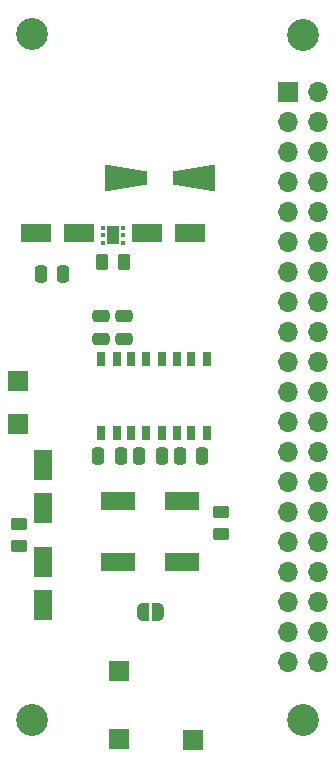
<source format=gbr>
%TF.GenerationSoftware,KiCad,Pcbnew,7.0.2-0*%
%TF.CreationDate,2024-01-15T07:51:27+01:00*%
%TF.ProjectId,dac,6461632e-6b69-4636-9164-5f7063625858,rev?*%
%TF.SameCoordinates,Original*%
%TF.FileFunction,Soldermask,Top*%
%TF.FilePolarity,Negative*%
%FSLAX46Y46*%
G04 Gerber Fmt 4.6, Leading zero omitted, Abs format (unit mm)*
G04 Created by KiCad (PCBNEW 7.0.2-0) date 2024-01-15 07:51:27*
%MOMM*%
%LPD*%
G01*
G04 APERTURE LIST*
G04 Aperture macros list*
%AMRoundRect*
0 Rectangle with rounded corners*
0 $1 Rounding radius*
0 $2 $3 $4 $5 $6 $7 $8 $9 X,Y pos of 4 corners*
0 Add a 4 corners polygon primitive as box body*
4,1,4,$2,$3,$4,$5,$6,$7,$8,$9,$2,$3,0*
0 Add four circle primitives for the rounded corners*
1,1,$1+$1,$2,$3*
1,1,$1+$1,$4,$5*
1,1,$1+$1,$6,$7*
1,1,$1+$1,$8,$9*
0 Add four rect primitives between the rounded corners*
20,1,$1+$1,$2,$3,$4,$5,0*
20,1,$1+$1,$4,$5,$6,$7,0*
20,1,$1+$1,$6,$7,$8,$9,0*
20,1,$1+$1,$8,$9,$2,$3,0*%
%AMOutline4P*
0 Free polygon, 4 corners , with rotation*
0 The origin of the aperture is its center*
0 number of corners: always 4*
0 $1 to $8 corner X, Y*
0 $9 Rotation angle, in degrees counterclockwise*
0 create outline with 4 corners*
4,1,4,$1,$2,$3,$4,$5,$6,$7,$8,$1,$2,$9*%
%AMFreePoly0*
4,1,19,0.500000,-0.750000,0.000000,-0.750000,0.000000,-0.744911,-0.071157,-0.744911,-0.207708,-0.704816,-0.327430,-0.627875,-0.420627,-0.520320,-0.479746,-0.390866,-0.500000,-0.250000,-0.500000,0.250000,-0.479746,0.390866,-0.420627,0.520320,-0.327430,0.627875,-0.207708,0.704816,-0.071157,0.744911,0.000000,0.744911,0.000000,0.750000,0.500000,0.750000,0.500000,-0.750000,0.500000,-0.750000,
$1*%
%AMFreePoly1*
4,1,19,0.000000,0.744911,0.071157,0.744911,0.207708,0.704816,0.327430,0.627875,0.420627,0.520320,0.479746,0.390866,0.500000,0.250000,0.500000,-0.250000,0.479746,-0.390866,0.420627,-0.520320,0.327430,-0.627875,0.207708,-0.704816,0.071157,-0.744911,0.000000,-0.744911,0.000000,-0.750000,-0.500000,-0.750000,-0.500000,0.750000,0.000000,0.750000,0.000000,0.744911,0.000000,0.744911,
$1*%
G04 Aperture macros list end*
%ADD10R,1.700000X1.700000*%
%ADD11O,1.700000X1.700000*%
%ADD12C,2.700000*%
%ADD13RoundRect,0.093750X-0.093750X-0.106250X0.093750X-0.106250X0.093750X0.106250X-0.093750X0.106250X0*%
%ADD14R,1.000000X1.600000*%
%ADD15R,0.800000X1.300000*%
%ADD16RoundRect,0.250000X-0.450000X0.262500X-0.450000X-0.262500X0.450000X-0.262500X0.450000X0.262500X0*%
%ADD17RoundRect,0.250000X-0.250000X-0.475000X0.250000X-0.475000X0.250000X0.475000X-0.250000X0.475000X0*%
%ADD18RoundRect,0.250000X-1.050000X-0.550000X1.050000X-0.550000X1.050000X0.550000X-1.050000X0.550000X0*%
%ADD19RoundRect,0.250000X0.550000X-1.050000X0.550000X1.050000X-0.550000X1.050000X-0.550000X-1.050000X0*%
%ADD20RoundRect,0.250000X-0.550000X1.050000X-0.550000X-1.050000X0.550000X-1.050000X0.550000X1.050000X0*%
%ADD21RoundRect,0.250000X1.050000X0.550000X-1.050000X0.550000X-1.050000X-0.550000X1.050000X-0.550000X0*%
%ADD22RoundRect,0.250000X0.250000X0.475000X-0.250000X0.475000X-0.250000X-0.475000X0.250000X-0.475000X0*%
%ADD23Outline4P,-1.800000X-1.150000X1.800000X-0.550000X1.800000X0.550000X-1.800000X1.150000X0.000000*%
%ADD24Outline4P,-1.800000X-1.150000X1.800000X-0.550000X1.800000X0.550000X-1.800000X1.150000X180.000000*%
%ADD25RoundRect,0.250000X0.475000X-0.250000X0.475000X0.250000X-0.475000X0.250000X-0.475000X-0.250000X0*%
%ADD26R,3.000000X1.540000*%
%ADD27RoundRect,0.250000X-0.262500X-0.450000X0.262500X-0.450000X0.262500X0.450000X-0.262500X0.450000X0*%
%ADD28FreePoly0,180.000000*%
%ADD29FreePoly1,180.000000*%
G04 APERTURE END LIST*
D10*
%TO.C,J1*%
X68800000Y-56650000D03*
D11*
X71340000Y-56650000D03*
X68800000Y-59190000D03*
X71340000Y-59190000D03*
X68800000Y-61730000D03*
X71340000Y-61730000D03*
X68800000Y-64270000D03*
X71340000Y-64270000D03*
X68800000Y-66810000D03*
X71340000Y-66810000D03*
X68800000Y-69350000D03*
X71340000Y-69350000D03*
X68800000Y-71890000D03*
X71340000Y-71890000D03*
X68800000Y-74430000D03*
X71340000Y-74430000D03*
X68800000Y-76970000D03*
X71340000Y-76970000D03*
X68800000Y-79510000D03*
X71340000Y-79510000D03*
X68800000Y-82050000D03*
X71340000Y-82050000D03*
X68800000Y-84590000D03*
X71340000Y-84590000D03*
X68800000Y-87130000D03*
X71340000Y-87130000D03*
X68800000Y-89670000D03*
X71340000Y-89670000D03*
X68800000Y-92210000D03*
X71340000Y-92210000D03*
X68800000Y-94750000D03*
X71340000Y-94750000D03*
X68800000Y-97290000D03*
X71340000Y-97290000D03*
X68800000Y-99830000D03*
X71340000Y-99830000D03*
X68800000Y-102370000D03*
X71340000Y-102370000D03*
X68800000Y-104910000D03*
X71340000Y-104910000D03*
%TD*%
D12*
%TO.C,H4*%
X47066200Y-109778800D03*
%TD*%
%TO.C,H3*%
X70078600Y-109778800D03*
%TD*%
%TO.C,H2*%
X70078600Y-51790600D03*
%TD*%
%TO.C,H1*%
X47066200Y-51765200D03*
%TD*%
D13*
%TO.C,U5*%
X53072500Y-68130000D03*
X53072500Y-68780000D03*
X53072500Y-69430000D03*
X54847500Y-69430000D03*
X54847500Y-68780000D03*
X54847500Y-68130000D03*
D14*
X53960000Y-68780000D03*
%TD*%
D15*
%TO.C,U2*%
X61876600Y-79217000D03*
X60596600Y-79217000D03*
X59336600Y-79217000D03*
X58066600Y-79217000D03*
X56786600Y-79217000D03*
X55516600Y-79217000D03*
X54256600Y-79217000D03*
X52976600Y-79217000D03*
X52976600Y-85517000D03*
X54256600Y-85517000D03*
X55516600Y-85517000D03*
X56786600Y-85517000D03*
X58066600Y-85517000D03*
X59336600Y-85517000D03*
X60596600Y-85517000D03*
X61876600Y-85517000D03*
%TD*%
D16*
%TO.C,R1*%
X63125000Y-92237500D03*
X63125000Y-94062500D03*
%TD*%
D17*
%TO.C,C4*%
X56176600Y-87442000D03*
X58076600Y-87442000D03*
%TD*%
D18*
%TO.C,C8*%
X56875000Y-68585000D03*
X60475000Y-68585000D03*
%TD*%
D10*
%TO.C,J7*%
X60725000Y-111475000D03*
%TD*%
%TO.C,J3*%
X45920000Y-81080000D03*
%TD*%
D19*
%TO.C,C3*%
X48040000Y-100060000D03*
X48040000Y-96460000D03*
%TD*%
D20*
%TO.C,C2*%
X48020000Y-88230000D03*
X48020000Y-91830000D03*
%TD*%
D21*
%TO.C,C9*%
X51050000Y-68585000D03*
X47450000Y-68585000D03*
%TD*%
D22*
%TO.C,C1*%
X61526600Y-87442000D03*
X59626600Y-87442000D03*
%TD*%
D23*
%TO.C,D1*%
X55050000Y-63885000D03*
D24*
X60850000Y-63885000D03*
%TD*%
D17*
%TO.C,C5*%
X52726600Y-87417000D03*
X54626600Y-87417000D03*
%TD*%
D25*
%TO.C,C6*%
X52926600Y-77517000D03*
X52926600Y-75617000D03*
%TD*%
D10*
%TO.C,J8*%
X54500000Y-111425000D03*
%TD*%
D25*
%TO.C,C7*%
X54926600Y-77517000D03*
X54926600Y-75617000D03*
%TD*%
D10*
%TO.C,J2*%
X45920000Y-84730000D03*
%TD*%
D22*
%TO.C,C10*%
X49750000Y-72010000D03*
X47850000Y-72010000D03*
%TD*%
D10*
%TO.C,J6*%
X54475000Y-105650000D03*
%TD*%
D16*
%TO.C,R2*%
X45990000Y-93237500D03*
X45990000Y-95062500D03*
%TD*%
D26*
%TO.C,U1*%
X59800000Y-96460000D03*
X59800000Y-91240000D03*
X54400000Y-91240000D03*
X54400000Y-96460000D03*
%TD*%
D27*
%TO.C,R3*%
X53062500Y-71035000D03*
X54887500Y-71035000D03*
%TD*%
D28*
%TO.C,NT1*%
X57800000Y-100650000D03*
D29*
X56500000Y-100650000D03*
%TD*%
M02*

</source>
